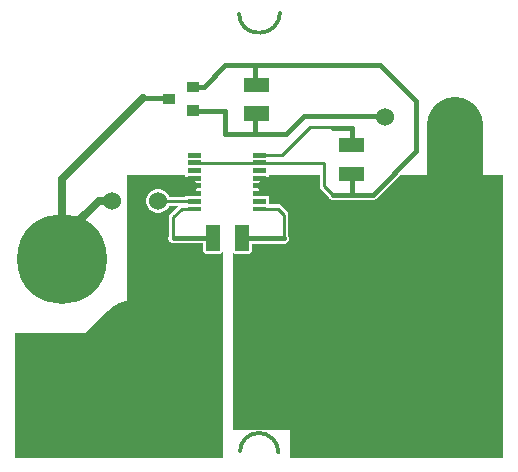
<source format=gbr>
G04 start of page 2 for group 0 idx 0
G04 Title: (unknown), component *
G04 Creator: pcb 20080202 *
G04 CreationDate: Thu 01 Apr 2010 01:26:29 PM GMT UTC *
G04 For: ed *
G04 Format: Gerber/RS-274X *
G04 PCB-Dimensions: 162499 149999 *
G04 PCB-Coordinate-Origin: lower left *
%MOIN*%
%FSLAX24Y24*%
%LNFRONT*%
%ADD11C,0.0200*%
%ADD12C,0.0100*%
%ADD13C,0.0150*%
%ADD14C,0.2450*%
%ADD15C,0.1850*%
%ADD16C,0.0500*%
%ADD17C,0.0140*%
%ADD18C,0.0250*%
%ADD19C,0.0600*%
%ADD20C,0.3000*%
%ADD21R,0.0161X0.0161*%
%ADD22R,0.0480X0.0480*%
%ADD23R,0.0340X0.0340*%
%ADD24C,0.0300*%
%ADD25C,0.0150*%
%ADD26C,0.0199*%
G54D11*G36*
X3720Y0D02*Y9439D01*
X5666D01*
X5662Y9432D01*
X5658Y9415D01*
X5656Y9398D01*
Y9237D01*
X5658Y9219D01*
X5662Y9202D01*
X5668Y9189D01*
X5662Y9176D01*
X5658Y9160D01*
X5656Y9142D01*
Y8981D01*
X5658Y8963D01*
X5662Y8947D01*
X5668Y8934D01*
X5662Y8921D01*
X5658Y8904D01*
X5656Y8886D01*
Y8725D01*
X5658Y8708D01*
X5662Y8692D01*
X5136D01*
Y8692D01*
X5107Y8755D01*
X5067Y8813D01*
X5018Y8862D01*
X4961Y8902D01*
X4897Y8931D01*
X4830Y8949D01*
X4761Y8955D01*
X4691Y8949D01*
X4624Y8931D01*
X4561Y8902D01*
X4503Y8862D01*
X4454Y8813D01*
X4414Y8755D01*
X4385Y8692D01*
X4367Y8625D01*
X4361Y8555D01*
X4367Y8486D01*
X4385Y8419D01*
X4414Y8355D01*
X4454Y8298D01*
X4503Y8249D01*
X4561Y8209D01*
X4624Y8180D01*
X4691Y8162D01*
X4761Y8156D01*
X4830Y8162D01*
X4897Y8180D01*
X4961Y8209D01*
X5018Y8249D01*
X5067Y8298D01*
X5107Y8355D01*
X5124Y8393D01*
X5420D01*
X5164Y8136D01*
X5164Y8136D01*
X5160Y8132D01*
X5155Y8127D01*
X5151Y8121D01*
X5147Y8116D01*
X5144Y8111D01*
X5140Y8105D01*
X5137Y8099D01*
X5134Y8094D01*
X5132Y8089D01*
X5129Y8082D01*
X5127Y8074D01*
X5125Y8069D01*
X5124Y8064D01*
X5122Y8056D01*
X5122Y8050D01*
X5120Y8043D01*
Y8037D01*
X5120Y8030D01*
Y7415D01*
X5107Y7387D01*
X5099Y7358D01*
X5097Y7327D01*
X5099Y7297D01*
X5107Y7268D01*
X5120Y7240D01*
X5138Y7215D01*
X5159Y7193D01*
X5184Y7176D01*
X5212Y7163D01*
X5241Y7155D01*
X5272Y7153D01*
X6249D01*
Y6907D01*
X6250Y6890D01*
X6255Y6873D01*
X6262Y6857D01*
X6272Y6843D01*
X6284Y6831D01*
X6299Y6821D01*
X6314Y6813D01*
X6331Y6809D01*
X6349Y6807D01*
X6829D01*
X6846Y6809D01*
X6863Y6813D01*
X6879Y6821D01*
X6893Y6831D01*
X6905Y6843D01*
X6915Y6857D01*
X6920Y6867D01*
Y0D01*
X3720D01*
G37*
G36*
X0D02*Y4159D01*
X1172D01*
Y1881D01*
X1097Y1956D01*
Y1268D01*
X1172Y1343D01*
Y0D01*
X0D01*
G37*
G36*
X1172Y4159D02*X1547D01*
Y2062D01*
X1203D01*
X1353Y1912D01*
X1547D01*
Y1312D01*
X1353D01*
X1203Y1162D01*
X1547D01*
Y0D01*
X1172D01*
Y1343D01*
X1247Y1418D01*
Y1806D01*
X1172Y1881D01*
Y4159D01*
G37*
G36*
X1547D02*X1922D01*
Y1881D01*
X1847Y1806D01*
Y1418D01*
X1922Y1343D01*
Y0D01*
X1547D01*
Y1162D01*
X1891D01*
X1741Y1312D01*
X1547D01*
Y1912D01*
X1741D01*
X1891Y2062D01*
X1547D01*
Y4159D01*
G37*
G36*
X1922D02*X3900D01*
Y0D01*
X1922D01*
Y1343D01*
X1997Y1268D01*
Y1956D01*
X1922Y1881D01*
Y4159D01*
G37*
G36*
X7240Y919D02*Y6836D01*
X7244Y6831D01*
X7259Y6821D01*
X7274Y6813D01*
X7291Y6809D01*
X7309Y6807D01*
X7789D01*
X7806Y6809D01*
X7823Y6813D01*
X7839Y6821D01*
X7853Y6831D01*
X7865Y6843D01*
X7875Y6857D01*
X7883Y6873D01*
X7887Y6890D01*
X7889Y6907D01*
Y7138D01*
X8954D01*
X8984Y7140D01*
X9013Y7148D01*
X9041Y7161D01*
X9066Y7178D01*
X9088Y7200D01*
X9105Y7225D01*
X9118Y7253D01*
X9126Y7282D01*
X9128Y7312D01*
X9126Y7343D01*
X9118Y7372D01*
X9105Y7400D01*
X9104Y7401D01*
Y8097D01*
X9104Y8104D01*
Y8111D01*
X9103Y8117D01*
X9102Y8123D01*
X9100Y8130D01*
X9099Y8136D01*
X9097Y8142D01*
X9095Y8149D01*
X9092Y8155D01*
X9090Y8161D01*
X9087Y8166D01*
X9084Y8172D01*
X9080Y8178D01*
X9077Y8183D01*
X9073Y8188D01*
X9069Y8194D01*
X9064Y8199D01*
X9060Y8203D01*
X8850Y8413D01*
X8845Y8417D01*
X8841Y8422D01*
X8836Y8426D01*
X8830Y8430D01*
X8825Y8433D01*
X8819Y8437D01*
X8813Y8440D01*
X8808Y8443D01*
X8802Y8445D01*
X8796Y8448D01*
X8789Y8450D01*
X8783Y8452D01*
X8777Y8453D01*
X8771Y8455D01*
X8764Y8455D01*
X8758Y8457D01*
X8751D01*
X8745Y8457D01*
X8454D01*
X8455Y8469D01*
Y8630D01*
X8453Y8648D01*
X8449Y8665D01*
X8443Y8678D01*
X8449Y8691D01*
X8453Y8708D01*
X8455Y8725D01*
Y8886D01*
X8453Y8904D01*
X8449Y8921D01*
X8443Y8934D01*
X8449Y8947D01*
X8453Y8963D01*
X8455Y8981D01*
Y9142D01*
X8453Y9160D01*
X8449Y9176D01*
X8443Y9189D01*
X8449Y9202D01*
X8453Y9219D01*
X8455Y9237D01*
Y9398D01*
X8453Y9415D01*
X8449Y9432D01*
X8445Y9439D01*
X10146D01*
Y9058D01*
X10146Y9052D01*
Y9045D01*
X10148Y9039D01*
X10148Y9032D01*
X10150Y9026D01*
X10151Y9020D01*
X10153Y9014D01*
X10155Y9007D01*
X10158Y9001D01*
X10160Y8995D01*
X10163Y8989D01*
X10166Y8984D01*
X10170Y8978D01*
X10173Y8973D01*
X10177Y8967D01*
X10181Y8962D01*
X10185Y8958D01*
X10190Y8953D01*
X10437Y8705D01*
X10449Y8680D01*
X10467Y8655D01*
X10488Y8633D01*
X10513Y8616D01*
X10541Y8603D01*
X10570Y8595D01*
X10601Y8593D01*
X11904D01*
X11934Y8595D01*
X11963Y8603D01*
X11977Y8609D01*
X11995Y8616D01*
X12022Y8631D01*
X12045Y8651D01*
X12834Y9439D01*
X14287D01*
Y7083D01*
X14273Y7076D01*
X14251Y7061D01*
X14233Y7043D01*
X14218Y7021D01*
X14207Y6998D01*
X14200Y6972D01*
X14198Y6946D01*
Y6346D01*
X14200Y6320D01*
X14207Y6295D01*
X14218Y6271D01*
X14233Y6250D01*
X14251Y6232D01*
X14273Y6217D01*
X14287Y6210D01*
Y1877D01*
X14212Y1952D01*
Y1264D01*
X14287Y1339D01*
Y919D01*
X7240D01*
G37*
G36*
X14287Y9439D02*X14648D01*
Y7096D01*
X14348D01*
X14322Y7094D01*
X14296Y7087D01*
X14287Y7083D01*
Y9439D01*
G37*
G36*
Y6210D02*X14296Y6205D01*
X14322Y6199D01*
X14348Y6196D01*
X14648D01*
Y2058D01*
X14318D01*
X14468Y1908D01*
X14648D01*
Y1308D01*
X14468D01*
X14318Y1158D01*
X14648D01*
Y919D01*
X14287D01*
Y1339D01*
X14362Y1414D01*
Y1802D01*
X14287Y1877D01*
Y6210D01*
G37*
G36*
X14648Y9439D02*X15037D01*
Y7067D01*
X15023Y7076D01*
X14999Y7087D01*
X14974Y7094D01*
X14948Y7096D01*
X14648D01*
Y9439D01*
G37*
G36*
X15037Y919D02*X14648D01*
Y1158D01*
X15006D01*
X14856Y1308D01*
X14648D01*
Y1908D01*
X14856D01*
X15006Y2058D01*
X14648D01*
Y6196D01*
X14948D01*
X14974Y6199D01*
X14999Y6205D01*
X15023Y6217D01*
X15037Y6226D01*
Y1877D01*
X14962Y1802D01*
Y1414D01*
X15037Y1339D01*
Y919D01*
G37*
G36*
Y9439D02*X16249D01*
Y919D01*
X15037D01*
Y1339D01*
X15112Y1264D01*
Y1952D01*
X15037Y1877D01*
Y6226D01*
X15044Y6232D01*
X15062Y6250D01*
X15077Y6271D01*
X15089Y6295D01*
X15095Y6320D01*
X15098Y6346D01*
Y6946D01*
X15095Y6972D01*
X15089Y6998D01*
X15077Y7021D01*
X15062Y7043D01*
X15044Y7061D01*
X15037Y7067D01*
Y9439D01*
G37*
G36*
X9140Y0D02*Y1019D01*
X16249D01*
Y0D01*
X9140D01*
G37*
G54D12*X10296Y9058D02*X10583Y8771D01*
X10296Y9831D02*Y9058D01*
G54D13*X11215Y10502D02*Y10983D01*
G54D12*X9815Y11011D02*X10649D01*
G54D13*X11215Y10983D02*X11201Y10997D01*
X10578D01*
X9631Y11383D02*X12205D01*
X11904Y8767D02*X11140D01*
X11223Y8770D02*X11226Y8767D01*
X10601D01*
X10597Y8771D01*
X11223Y9340D02*Y8770D01*
X7976Y13088D02*X12161D01*
X13364Y11885D01*
Y10216D01*
X11922Y8774D01*
X14665Y6661D02*X14680Y6646D01*
X14634Y6658D02*X14649Y6673D01*
G54D14*X14666Y1611D02*Y6646D01*
G54D13*X14659Y6653D01*
X10173Y6054D02*X14651Y1576D01*
G54D15*Y6625D02*Y11094D01*
G54D12*X8316Y9321D02*X8694D01*
G54D16*X8316Y9063D02*X8684D01*
G54D12*X8316Y8802D02*X8687D01*
G54D13*X9601Y9054D02*X10166Y8489D01*
G54D12*X8955Y8097D02*Y7317D01*
X8965Y7307D01*
G54D13*X8954Y7312D02*X7652D01*
G54D12*X8325Y8307D02*X8745D01*
X8955Y8097D01*
G54D13*X10173Y8481D02*Y6054D01*
G54D12*X8301Y10092D02*X8896D01*
X8285Y9831D02*X10296D01*
X8896Y10092D02*X9815Y11011D01*
G54D13*X7962Y10790D02*X9038D01*
X9631Y11383D01*
G54D17*X8684Y9286D02*Y8826D01*
X8687Y8823D01*
G54D12*Y8802D02*X8691Y8798D01*
G54D13*X8686Y9074D02*X9449D01*
X9430D02*X9590D01*
X1556Y6641D02*Y7348D01*
G54D18*Y6653D02*Y9283D01*
Y7348D02*X2772Y8564D01*
G54D13*X3966Y9077D02*Y4039D01*
G54D14*X1546Y1619D01*
G54D18*X2776Y8562D02*X2986D01*
G54D13*X2991Y8567D01*
G54D12*X5001Y8542D02*X4996Y8547D01*
X5270Y8030D02*Y7337D01*
G54D13*X5076Y11977D02*X4312D01*
X4284Y12005D01*
G54D18*X1556Y9283D02*X4257Y11984D01*
G54D12*X6159Y9832D02*X7994D01*
G54D17*X8009Y9834D02*X8012Y9831D01*
G54D13*X7990Y11439D02*X7976Y11453D01*
X5939Y12359D02*X6279D01*
X7000Y13080D01*
X7990D01*
Y12472D01*
X5967Y11567D02*X7000D01*
X7990Y12472D02*X8004Y12458D01*
X7990Y10803D02*Y11439D01*
X7000Y11567D02*Y10803D01*
X7014Y10789D01*
X8004D01*
G54D12*X5384Y8802D02*X5381Y8805D01*
X5388Y9067D02*X5385Y9070D01*
X5809Y8802D02*X5384D01*
G54D17*X5365Y9290D02*Y8827D01*
G54D12*X5784Y9321D02*X5370D01*
G54D16*X5791Y9067D02*X5388D01*
G54D13*X6574Y7327D02*X5272D01*
G54D12*X5795Y8302D02*X5542D01*
X5791Y8542D02*X5001D01*
X5542Y8302D02*X5270Y8030D01*
G54D13*X5371Y9077D02*X3966D01*
G54D17*X8770Y169D02*G75*G03X8110Y829I-660J0D01*G01*
G75*G03X7490Y209I0J-620D01*G01*
X8161Y14169D02*G75*G03X8821Y14829I0J660D01*G01*
X7459Y14789D02*G75*G03X8079Y14169I620J0D01*G01*
G54D11*G36*
X1247Y1912D02*Y1312D01*
X1847D01*
Y1912D01*
X1247D01*
G37*
G36*
X14348Y6946D02*Y6346D01*
X14948D01*
Y6946D01*
X14348D01*
G37*
G36*
X1246Y6957D02*Y6357D01*
X1846D01*
Y6957D01*
X1246D01*
G37*
G36*
X14362Y1908D02*Y1308D01*
X14962D01*
Y1908D01*
X14362D01*
G37*
G54D19*X12318Y11362D03*
G54D20*X1561Y6619D03*
G54D19*X14609Y11376D03*
X4761Y8555D03*
X3229Y8554D03*
G54D21*X8002Y8294D02*X8274D01*
X8002Y8550D02*X8274D01*
X8002Y8806D02*X8274D01*
X8002Y9062D02*X8274D01*
X8002Y9317D02*X8274D01*
X8002Y9573D02*X8274D01*
X8002Y9829D02*X8274D01*
X8002Y10085D02*X8274D01*
G54D22*X11020Y10416D02*X11380D01*
X11020Y9456D02*X11380D01*
G54D21*X5837Y9317D02*X6109D01*
X5837Y9062D02*X6109D01*
X5837Y8806D02*X6109D01*
X5837Y8550D02*X6109D01*
X5837Y10085D02*X6109D01*
X5837Y9829D02*X6109D01*
X5837Y9573D02*X6109D01*
X5837Y8294D02*X6109D01*
G54D22*X6589Y7507D02*Y7147D01*
X7549Y7507D02*Y7147D01*
G54D23*X5898Y11575D02*X5958D01*
X5898Y12355D02*X5958D01*
X5078Y11965D02*X5138D01*
G54D22*X7848Y12430D02*X8208D01*
X7848Y11470D02*X8208D01*
G54D24*G54D25*G54D26*G54D25*M02*

</source>
